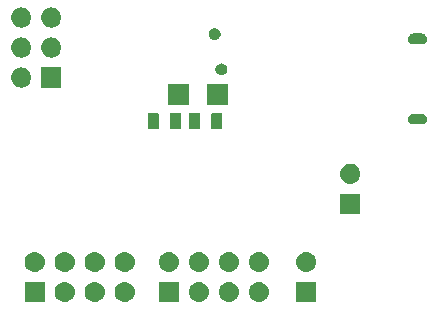
<source format=gbr>
G04 #@! TF.GenerationSoftware,KiCad,Pcbnew,5.0.0+dfsg1-2*
G04 #@! TF.CreationDate,2018-12-16T11:08:53+01:00*
G04 #@! TF.ProjectId,xmegatest,786D656761746573742E6B696361645F,rev?*
G04 #@! TF.SameCoordinates,Original*
G04 #@! TF.FileFunction,Soldermask,Bot*
G04 #@! TF.FilePolarity,Negative*
%FSLAX46Y46*%
G04 Gerber Fmt 4.6, Leading zero omitted, Abs format (unit mm)*
G04 Created by KiCad (PCBNEW 5.0.0+dfsg1-2) date Sun Dec 16 11:08:53 2018*
%MOMM*%
%LPD*%
G01*
G04 APERTURE LIST*
%ADD10C,0.100000*%
G04 APERTURE END LIST*
D10*
G36*
X166917630Y-149911299D02*
X167077855Y-149959903D01*
X167225520Y-150038831D01*
X167354949Y-150145051D01*
X167461169Y-150274480D01*
X167540097Y-150422145D01*
X167588701Y-150582370D01*
X167605112Y-150749000D01*
X167588701Y-150915630D01*
X167540097Y-151075855D01*
X167461169Y-151223520D01*
X167354949Y-151352949D01*
X167225520Y-151459169D01*
X167077855Y-151538097D01*
X166917630Y-151586701D01*
X166792752Y-151599000D01*
X166709248Y-151599000D01*
X166584370Y-151586701D01*
X166424145Y-151538097D01*
X166276480Y-151459169D01*
X166147051Y-151352949D01*
X166040831Y-151223520D01*
X165961903Y-151075855D01*
X165913299Y-150915630D01*
X165896888Y-150749000D01*
X165913299Y-150582370D01*
X165961903Y-150422145D01*
X166040831Y-150274480D01*
X166147051Y-150145051D01*
X166276480Y-150038831D01*
X166424145Y-149959903D01*
X166584370Y-149911299D01*
X166709248Y-149899000D01*
X166792752Y-149899000D01*
X166917630Y-149911299D01*
X166917630Y-149911299D01*
G37*
G36*
X178284130Y-149911299D02*
X178444355Y-149959903D01*
X178592020Y-150038831D01*
X178721449Y-150145051D01*
X178827669Y-150274480D01*
X178906597Y-150422145D01*
X178955201Y-150582370D01*
X178971612Y-150749000D01*
X178955201Y-150915630D01*
X178906597Y-151075855D01*
X178827669Y-151223520D01*
X178721449Y-151352949D01*
X178592020Y-151459169D01*
X178444355Y-151538097D01*
X178284130Y-151586701D01*
X178159252Y-151599000D01*
X178075748Y-151599000D01*
X177950870Y-151586701D01*
X177790645Y-151538097D01*
X177642980Y-151459169D01*
X177513551Y-151352949D01*
X177407331Y-151223520D01*
X177328403Y-151075855D01*
X177279799Y-150915630D01*
X177263388Y-150749000D01*
X177279799Y-150582370D01*
X177328403Y-150422145D01*
X177407331Y-150274480D01*
X177513551Y-150145051D01*
X177642980Y-150038831D01*
X177790645Y-149959903D01*
X177950870Y-149911299D01*
X178075748Y-149899000D01*
X178159252Y-149899000D01*
X178284130Y-149911299D01*
X178284130Y-149911299D01*
G37*
G36*
X182968000Y-151599000D02*
X181268000Y-151599000D01*
X181268000Y-149899000D01*
X182968000Y-149899000D01*
X182968000Y-151599000D01*
X182968000Y-151599000D01*
G37*
G36*
X171347500Y-151599000D02*
X169647500Y-151599000D01*
X169647500Y-149899000D01*
X171347500Y-149899000D01*
X171347500Y-151599000D01*
X171347500Y-151599000D01*
G37*
G36*
X173204130Y-149911299D02*
X173364355Y-149959903D01*
X173512020Y-150038831D01*
X173641449Y-150145051D01*
X173747669Y-150274480D01*
X173826597Y-150422145D01*
X173875201Y-150582370D01*
X173891612Y-150749000D01*
X173875201Y-150915630D01*
X173826597Y-151075855D01*
X173747669Y-151223520D01*
X173641449Y-151352949D01*
X173512020Y-151459169D01*
X173364355Y-151538097D01*
X173204130Y-151586701D01*
X173079252Y-151599000D01*
X172995748Y-151599000D01*
X172870870Y-151586701D01*
X172710645Y-151538097D01*
X172562980Y-151459169D01*
X172433551Y-151352949D01*
X172327331Y-151223520D01*
X172248403Y-151075855D01*
X172199799Y-150915630D01*
X172183388Y-150749000D01*
X172199799Y-150582370D01*
X172248403Y-150422145D01*
X172327331Y-150274480D01*
X172433551Y-150145051D01*
X172562980Y-150038831D01*
X172710645Y-149959903D01*
X172870870Y-149911299D01*
X172995748Y-149899000D01*
X173079252Y-149899000D01*
X173204130Y-149911299D01*
X173204130Y-149911299D01*
G37*
G36*
X175744130Y-149911299D02*
X175904355Y-149959903D01*
X176052020Y-150038831D01*
X176181449Y-150145051D01*
X176287669Y-150274480D01*
X176366597Y-150422145D01*
X176415201Y-150582370D01*
X176431612Y-150749000D01*
X176415201Y-150915630D01*
X176366597Y-151075855D01*
X176287669Y-151223520D01*
X176181449Y-151352949D01*
X176052020Y-151459169D01*
X175904355Y-151538097D01*
X175744130Y-151586701D01*
X175619252Y-151599000D01*
X175535748Y-151599000D01*
X175410870Y-151586701D01*
X175250645Y-151538097D01*
X175102980Y-151459169D01*
X174973551Y-151352949D01*
X174867331Y-151223520D01*
X174788403Y-151075855D01*
X174739799Y-150915630D01*
X174723388Y-150749000D01*
X174739799Y-150582370D01*
X174788403Y-150422145D01*
X174867331Y-150274480D01*
X174973551Y-150145051D01*
X175102980Y-150038831D01*
X175250645Y-149959903D01*
X175410870Y-149911299D01*
X175535748Y-149899000D01*
X175619252Y-149899000D01*
X175744130Y-149911299D01*
X175744130Y-149911299D01*
G37*
G36*
X159981000Y-151599000D02*
X158281000Y-151599000D01*
X158281000Y-149899000D01*
X159981000Y-149899000D01*
X159981000Y-151599000D01*
X159981000Y-151599000D01*
G37*
G36*
X161837630Y-149911299D02*
X161997855Y-149959903D01*
X162145520Y-150038831D01*
X162274949Y-150145051D01*
X162381169Y-150274480D01*
X162460097Y-150422145D01*
X162508701Y-150582370D01*
X162525112Y-150749000D01*
X162508701Y-150915630D01*
X162460097Y-151075855D01*
X162381169Y-151223520D01*
X162274949Y-151352949D01*
X162145520Y-151459169D01*
X161997855Y-151538097D01*
X161837630Y-151586701D01*
X161712752Y-151599000D01*
X161629248Y-151599000D01*
X161504370Y-151586701D01*
X161344145Y-151538097D01*
X161196480Y-151459169D01*
X161067051Y-151352949D01*
X160960831Y-151223520D01*
X160881903Y-151075855D01*
X160833299Y-150915630D01*
X160816888Y-150749000D01*
X160833299Y-150582370D01*
X160881903Y-150422145D01*
X160960831Y-150274480D01*
X161067051Y-150145051D01*
X161196480Y-150038831D01*
X161344145Y-149959903D01*
X161504370Y-149911299D01*
X161629248Y-149899000D01*
X161712752Y-149899000D01*
X161837630Y-149911299D01*
X161837630Y-149911299D01*
G37*
G36*
X164377630Y-149911299D02*
X164537855Y-149959903D01*
X164685520Y-150038831D01*
X164814949Y-150145051D01*
X164921169Y-150274480D01*
X165000097Y-150422145D01*
X165048701Y-150582370D01*
X165065112Y-150749000D01*
X165048701Y-150915630D01*
X165000097Y-151075855D01*
X164921169Y-151223520D01*
X164814949Y-151352949D01*
X164685520Y-151459169D01*
X164537855Y-151538097D01*
X164377630Y-151586701D01*
X164252752Y-151599000D01*
X164169248Y-151599000D01*
X164044370Y-151586701D01*
X163884145Y-151538097D01*
X163736480Y-151459169D01*
X163607051Y-151352949D01*
X163500831Y-151223520D01*
X163421903Y-151075855D01*
X163373299Y-150915630D01*
X163356888Y-150749000D01*
X163373299Y-150582370D01*
X163421903Y-150422145D01*
X163500831Y-150274480D01*
X163607051Y-150145051D01*
X163736480Y-150038831D01*
X163884145Y-149959903D01*
X164044370Y-149911299D01*
X164169248Y-149899000D01*
X164252752Y-149899000D01*
X164377630Y-149911299D01*
X164377630Y-149911299D01*
G37*
G36*
X173204130Y-147371299D02*
X173364355Y-147419903D01*
X173512020Y-147498831D01*
X173641449Y-147605051D01*
X173747669Y-147734480D01*
X173826597Y-147882145D01*
X173875201Y-148042370D01*
X173891612Y-148209000D01*
X173875201Y-148375630D01*
X173826597Y-148535855D01*
X173747669Y-148683520D01*
X173641449Y-148812949D01*
X173512020Y-148919169D01*
X173364355Y-148998097D01*
X173204130Y-149046701D01*
X173079252Y-149059000D01*
X172995748Y-149059000D01*
X172870870Y-149046701D01*
X172710645Y-148998097D01*
X172562980Y-148919169D01*
X172433551Y-148812949D01*
X172327331Y-148683520D01*
X172248403Y-148535855D01*
X172199799Y-148375630D01*
X172183388Y-148209000D01*
X172199799Y-148042370D01*
X172248403Y-147882145D01*
X172327331Y-147734480D01*
X172433551Y-147605051D01*
X172562980Y-147498831D01*
X172710645Y-147419903D01*
X172870870Y-147371299D01*
X172995748Y-147359000D01*
X173079252Y-147359000D01*
X173204130Y-147371299D01*
X173204130Y-147371299D01*
G37*
G36*
X166917630Y-147371299D02*
X167077855Y-147419903D01*
X167225520Y-147498831D01*
X167354949Y-147605051D01*
X167461169Y-147734480D01*
X167540097Y-147882145D01*
X167588701Y-148042370D01*
X167605112Y-148209000D01*
X167588701Y-148375630D01*
X167540097Y-148535855D01*
X167461169Y-148683520D01*
X167354949Y-148812949D01*
X167225520Y-148919169D01*
X167077855Y-148998097D01*
X166917630Y-149046701D01*
X166792752Y-149059000D01*
X166709248Y-149059000D01*
X166584370Y-149046701D01*
X166424145Y-148998097D01*
X166276480Y-148919169D01*
X166147051Y-148812949D01*
X166040831Y-148683520D01*
X165961903Y-148535855D01*
X165913299Y-148375630D01*
X165896888Y-148209000D01*
X165913299Y-148042370D01*
X165961903Y-147882145D01*
X166040831Y-147734480D01*
X166147051Y-147605051D01*
X166276480Y-147498831D01*
X166424145Y-147419903D01*
X166584370Y-147371299D01*
X166709248Y-147359000D01*
X166792752Y-147359000D01*
X166917630Y-147371299D01*
X166917630Y-147371299D01*
G37*
G36*
X164377630Y-147371299D02*
X164537855Y-147419903D01*
X164685520Y-147498831D01*
X164814949Y-147605051D01*
X164921169Y-147734480D01*
X165000097Y-147882145D01*
X165048701Y-148042370D01*
X165065112Y-148209000D01*
X165048701Y-148375630D01*
X165000097Y-148535855D01*
X164921169Y-148683520D01*
X164814949Y-148812949D01*
X164685520Y-148919169D01*
X164537855Y-148998097D01*
X164377630Y-149046701D01*
X164252752Y-149059000D01*
X164169248Y-149059000D01*
X164044370Y-149046701D01*
X163884145Y-148998097D01*
X163736480Y-148919169D01*
X163607051Y-148812949D01*
X163500831Y-148683520D01*
X163421903Y-148535855D01*
X163373299Y-148375630D01*
X163356888Y-148209000D01*
X163373299Y-148042370D01*
X163421903Y-147882145D01*
X163500831Y-147734480D01*
X163607051Y-147605051D01*
X163736480Y-147498831D01*
X163884145Y-147419903D01*
X164044370Y-147371299D01*
X164169248Y-147359000D01*
X164252752Y-147359000D01*
X164377630Y-147371299D01*
X164377630Y-147371299D01*
G37*
G36*
X161837630Y-147371299D02*
X161997855Y-147419903D01*
X162145520Y-147498831D01*
X162274949Y-147605051D01*
X162381169Y-147734480D01*
X162460097Y-147882145D01*
X162508701Y-148042370D01*
X162525112Y-148209000D01*
X162508701Y-148375630D01*
X162460097Y-148535855D01*
X162381169Y-148683520D01*
X162274949Y-148812949D01*
X162145520Y-148919169D01*
X161997855Y-148998097D01*
X161837630Y-149046701D01*
X161712752Y-149059000D01*
X161629248Y-149059000D01*
X161504370Y-149046701D01*
X161344145Y-148998097D01*
X161196480Y-148919169D01*
X161067051Y-148812949D01*
X160960831Y-148683520D01*
X160881903Y-148535855D01*
X160833299Y-148375630D01*
X160816888Y-148209000D01*
X160833299Y-148042370D01*
X160881903Y-147882145D01*
X160960831Y-147734480D01*
X161067051Y-147605051D01*
X161196480Y-147498831D01*
X161344145Y-147419903D01*
X161504370Y-147371299D01*
X161629248Y-147359000D01*
X161712752Y-147359000D01*
X161837630Y-147371299D01*
X161837630Y-147371299D01*
G37*
G36*
X159297630Y-147371299D02*
X159457855Y-147419903D01*
X159605520Y-147498831D01*
X159734949Y-147605051D01*
X159841169Y-147734480D01*
X159920097Y-147882145D01*
X159968701Y-148042370D01*
X159985112Y-148209000D01*
X159968701Y-148375630D01*
X159920097Y-148535855D01*
X159841169Y-148683520D01*
X159734949Y-148812949D01*
X159605520Y-148919169D01*
X159457855Y-148998097D01*
X159297630Y-149046701D01*
X159172752Y-149059000D01*
X159089248Y-149059000D01*
X158964370Y-149046701D01*
X158804145Y-148998097D01*
X158656480Y-148919169D01*
X158527051Y-148812949D01*
X158420831Y-148683520D01*
X158341903Y-148535855D01*
X158293299Y-148375630D01*
X158276888Y-148209000D01*
X158293299Y-148042370D01*
X158341903Y-147882145D01*
X158420831Y-147734480D01*
X158527051Y-147605051D01*
X158656480Y-147498831D01*
X158804145Y-147419903D01*
X158964370Y-147371299D01*
X159089248Y-147359000D01*
X159172752Y-147359000D01*
X159297630Y-147371299D01*
X159297630Y-147371299D01*
G37*
G36*
X178284130Y-147371299D02*
X178444355Y-147419903D01*
X178592020Y-147498831D01*
X178721449Y-147605051D01*
X178827669Y-147734480D01*
X178906597Y-147882145D01*
X178955201Y-148042370D01*
X178971612Y-148209000D01*
X178955201Y-148375630D01*
X178906597Y-148535855D01*
X178827669Y-148683520D01*
X178721449Y-148812949D01*
X178592020Y-148919169D01*
X178444355Y-148998097D01*
X178284130Y-149046701D01*
X178159252Y-149059000D01*
X178075748Y-149059000D01*
X177950870Y-149046701D01*
X177790645Y-148998097D01*
X177642980Y-148919169D01*
X177513551Y-148812949D01*
X177407331Y-148683520D01*
X177328403Y-148535855D01*
X177279799Y-148375630D01*
X177263388Y-148209000D01*
X177279799Y-148042370D01*
X177328403Y-147882145D01*
X177407331Y-147734480D01*
X177513551Y-147605051D01*
X177642980Y-147498831D01*
X177790645Y-147419903D01*
X177950870Y-147371299D01*
X178075748Y-147359000D01*
X178159252Y-147359000D01*
X178284130Y-147371299D01*
X178284130Y-147371299D01*
G37*
G36*
X175744130Y-147371299D02*
X175904355Y-147419903D01*
X176052020Y-147498831D01*
X176181449Y-147605051D01*
X176287669Y-147734480D01*
X176366597Y-147882145D01*
X176415201Y-148042370D01*
X176431612Y-148209000D01*
X176415201Y-148375630D01*
X176366597Y-148535855D01*
X176287669Y-148683520D01*
X176181449Y-148812949D01*
X176052020Y-148919169D01*
X175904355Y-148998097D01*
X175744130Y-149046701D01*
X175619252Y-149059000D01*
X175535748Y-149059000D01*
X175410870Y-149046701D01*
X175250645Y-148998097D01*
X175102980Y-148919169D01*
X174973551Y-148812949D01*
X174867331Y-148683520D01*
X174788403Y-148535855D01*
X174739799Y-148375630D01*
X174723388Y-148209000D01*
X174739799Y-148042370D01*
X174788403Y-147882145D01*
X174867331Y-147734480D01*
X174973551Y-147605051D01*
X175102980Y-147498831D01*
X175250645Y-147419903D01*
X175410870Y-147371299D01*
X175535748Y-147359000D01*
X175619252Y-147359000D01*
X175744130Y-147371299D01*
X175744130Y-147371299D01*
G37*
G36*
X170664130Y-147371299D02*
X170824355Y-147419903D01*
X170972020Y-147498831D01*
X171101449Y-147605051D01*
X171207669Y-147734480D01*
X171286597Y-147882145D01*
X171335201Y-148042370D01*
X171351612Y-148209000D01*
X171335201Y-148375630D01*
X171286597Y-148535855D01*
X171207669Y-148683520D01*
X171101449Y-148812949D01*
X170972020Y-148919169D01*
X170824355Y-148998097D01*
X170664130Y-149046701D01*
X170539252Y-149059000D01*
X170455748Y-149059000D01*
X170330870Y-149046701D01*
X170170645Y-148998097D01*
X170022980Y-148919169D01*
X169893551Y-148812949D01*
X169787331Y-148683520D01*
X169708403Y-148535855D01*
X169659799Y-148375630D01*
X169643388Y-148209000D01*
X169659799Y-148042370D01*
X169708403Y-147882145D01*
X169787331Y-147734480D01*
X169893551Y-147605051D01*
X170022980Y-147498831D01*
X170170645Y-147419903D01*
X170330870Y-147371299D01*
X170455748Y-147359000D01*
X170539252Y-147359000D01*
X170664130Y-147371299D01*
X170664130Y-147371299D01*
G37*
G36*
X182284630Y-147371299D02*
X182444855Y-147419903D01*
X182592520Y-147498831D01*
X182721949Y-147605051D01*
X182828169Y-147734480D01*
X182907097Y-147882145D01*
X182955701Y-148042370D01*
X182972112Y-148209000D01*
X182955701Y-148375630D01*
X182907097Y-148535855D01*
X182828169Y-148683520D01*
X182721949Y-148812949D01*
X182592520Y-148919169D01*
X182444855Y-148998097D01*
X182284630Y-149046701D01*
X182159752Y-149059000D01*
X182076248Y-149059000D01*
X181951370Y-149046701D01*
X181791145Y-148998097D01*
X181643480Y-148919169D01*
X181514051Y-148812949D01*
X181407831Y-148683520D01*
X181328903Y-148535855D01*
X181280299Y-148375630D01*
X181263888Y-148209000D01*
X181280299Y-148042370D01*
X181328903Y-147882145D01*
X181407831Y-147734480D01*
X181514051Y-147605051D01*
X181643480Y-147498831D01*
X181791145Y-147419903D01*
X181951370Y-147371299D01*
X182076248Y-147359000D01*
X182159752Y-147359000D01*
X182284630Y-147371299D01*
X182284630Y-147371299D01*
G37*
G36*
X186695300Y-144128151D02*
X184995300Y-144128151D01*
X184995300Y-142428151D01*
X186695300Y-142428151D01*
X186695300Y-144128151D01*
X186695300Y-144128151D01*
G37*
G36*
X186011930Y-139900450D02*
X186172155Y-139949054D01*
X186319820Y-140027982D01*
X186449249Y-140134202D01*
X186555469Y-140263631D01*
X186634397Y-140411296D01*
X186683001Y-140571521D01*
X186699412Y-140738151D01*
X186683001Y-140904781D01*
X186634397Y-141065006D01*
X186555469Y-141212671D01*
X186449249Y-141342100D01*
X186319820Y-141448320D01*
X186172155Y-141527248D01*
X186011930Y-141575852D01*
X185887052Y-141588151D01*
X185803548Y-141588151D01*
X185678670Y-141575852D01*
X185518445Y-141527248D01*
X185370780Y-141448320D01*
X185241351Y-141342100D01*
X185135131Y-141212671D01*
X185056203Y-141065006D01*
X185007599Y-140904781D01*
X184991188Y-140738151D01*
X185007599Y-140571521D01*
X185056203Y-140411296D01*
X185135131Y-140263631D01*
X185241351Y-140134202D01*
X185370780Y-140027982D01*
X185518445Y-139949054D01*
X185678670Y-139900450D01*
X185803548Y-139888151D01*
X185887052Y-139888151D01*
X186011930Y-139900450D01*
X186011930Y-139900450D01*
G37*
G36*
X169520492Y-135575076D02*
X169554383Y-135585357D01*
X169585611Y-135602048D01*
X169612985Y-135624515D01*
X169635452Y-135651889D01*
X169652143Y-135683117D01*
X169662424Y-135717008D01*
X169666500Y-135758391D01*
X169666500Y-136783609D01*
X169662424Y-136824992D01*
X169652143Y-136858883D01*
X169635452Y-136890111D01*
X169612985Y-136917485D01*
X169585611Y-136939952D01*
X169554383Y-136956643D01*
X169520492Y-136966924D01*
X169479109Y-136971000D01*
X168878891Y-136971000D01*
X168837508Y-136966924D01*
X168803617Y-136956643D01*
X168772389Y-136939952D01*
X168745015Y-136917485D01*
X168722548Y-136890111D01*
X168705857Y-136858883D01*
X168695576Y-136824992D01*
X168691500Y-136783609D01*
X168691500Y-135758391D01*
X168695576Y-135717008D01*
X168705857Y-135683117D01*
X168722548Y-135651889D01*
X168745015Y-135624515D01*
X168772389Y-135602048D01*
X168803617Y-135585357D01*
X168837508Y-135575076D01*
X168878891Y-135571000D01*
X169479109Y-135571000D01*
X169520492Y-135575076D01*
X169520492Y-135575076D01*
G37*
G36*
X171395492Y-135575076D02*
X171429383Y-135585357D01*
X171460611Y-135602048D01*
X171487985Y-135624515D01*
X171510452Y-135651889D01*
X171527143Y-135683117D01*
X171537424Y-135717008D01*
X171541500Y-135758391D01*
X171541500Y-136783609D01*
X171537424Y-136824992D01*
X171527143Y-136858883D01*
X171510452Y-136890111D01*
X171487985Y-136917485D01*
X171460611Y-136939952D01*
X171429383Y-136956643D01*
X171395492Y-136966924D01*
X171354109Y-136971000D01*
X170753891Y-136971000D01*
X170712508Y-136966924D01*
X170678617Y-136956643D01*
X170647389Y-136939952D01*
X170620015Y-136917485D01*
X170597548Y-136890111D01*
X170580857Y-136858883D01*
X170570576Y-136824992D01*
X170566500Y-136783609D01*
X170566500Y-135758391D01*
X170570576Y-135717008D01*
X170580857Y-135683117D01*
X170597548Y-135651889D01*
X170620015Y-135624515D01*
X170647389Y-135602048D01*
X170678617Y-135585357D01*
X170712508Y-135575076D01*
X170753891Y-135571000D01*
X171354109Y-135571000D01*
X171395492Y-135575076D01*
X171395492Y-135575076D01*
G37*
G36*
X174887992Y-135575076D02*
X174921883Y-135585357D01*
X174953111Y-135602048D01*
X174980485Y-135624515D01*
X175002952Y-135651889D01*
X175019643Y-135683117D01*
X175029924Y-135717008D01*
X175034000Y-135758391D01*
X175034000Y-136783609D01*
X175029924Y-136824992D01*
X175019643Y-136858883D01*
X175002952Y-136890111D01*
X174980485Y-136917485D01*
X174953111Y-136939952D01*
X174921883Y-136956643D01*
X174887992Y-136966924D01*
X174846609Y-136971000D01*
X174246391Y-136971000D01*
X174205008Y-136966924D01*
X174171117Y-136956643D01*
X174139889Y-136939952D01*
X174112515Y-136917485D01*
X174090048Y-136890111D01*
X174073357Y-136858883D01*
X174063076Y-136824992D01*
X174059000Y-136783609D01*
X174059000Y-135758391D01*
X174063076Y-135717008D01*
X174073357Y-135683117D01*
X174090048Y-135651889D01*
X174112515Y-135624515D01*
X174139889Y-135602048D01*
X174171117Y-135585357D01*
X174205008Y-135575076D01*
X174246391Y-135571000D01*
X174846609Y-135571000D01*
X174887992Y-135575076D01*
X174887992Y-135575076D01*
G37*
G36*
X173012992Y-135575076D02*
X173046883Y-135585357D01*
X173078111Y-135602048D01*
X173105485Y-135624515D01*
X173127952Y-135651889D01*
X173144643Y-135683117D01*
X173154924Y-135717008D01*
X173159000Y-135758391D01*
X173159000Y-136783609D01*
X173154924Y-136824992D01*
X173144643Y-136858883D01*
X173127952Y-136890111D01*
X173105485Y-136917485D01*
X173078111Y-136939952D01*
X173046883Y-136956643D01*
X173012992Y-136966924D01*
X172971609Y-136971000D01*
X172371391Y-136971000D01*
X172330008Y-136966924D01*
X172296117Y-136956643D01*
X172264889Y-136939952D01*
X172237515Y-136917485D01*
X172215048Y-136890111D01*
X172198357Y-136858883D01*
X172188076Y-136824992D01*
X172184000Y-136783609D01*
X172184000Y-135758391D01*
X172188076Y-135717008D01*
X172198357Y-135683117D01*
X172215048Y-135651889D01*
X172237515Y-135624515D01*
X172264889Y-135602048D01*
X172296117Y-135585357D01*
X172330008Y-135575076D01*
X172371391Y-135571000D01*
X172971609Y-135571000D01*
X173012992Y-135575076D01*
X173012992Y-135575076D01*
G37*
G36*
X191951160Y-135668256D02*
X191984215Y-135671511D01*
X192009990Y-135679330D01*
X192069042Y-135697243D01*
X192147217Y-135739029D01*
X192215738Y-135795262D01*
X192271971Y-135863783D01*
X192313757Y-135941958D01*
X192339489Y-136026786D01*
X192348177Y-136115000D01*
X192339489Y-136203214D01*
X192313757Y-136288042D01*
X192271971Y-136366217D01*
X192215738Y-136434738D01*
X192147217Y-136490971D01*
X192069042Y-136532757D01*
X192026628Y-136545623D01*
X191984215Y-136558489D01*
X191951160Y-136561744D01*
X191918106Y-136565000D01*
X191173894Y-136565000D01*
X191140840Y-136561744D01*
X191107785Y-136558489D01*
X191065372Y-136545623D01*
X191022958Y-136532757D01*
X190944783Y-136490971D01*
X190876262Y-136434738D01*
X190820029Y-136366217D01*
X190778243Y-136288042D01*
X190752511Y-136203214D01*
X190743823Y-136115000D01*
X190752511Y-136026786D01*
X190778243Y-135941958D01*
X190820029Y-135863783D01*
X190876262Y-135795262D01*
X190944783Y-135739029D01*
X191022958Y-135697243D01*
X191082010Y-135679330D01*
X191107785Y-135671511D01*
X191140840Y-135668256D01*
X191173894Y-135665000D01*
X191918106Y-135665000D01*
X191951160Y-135668256D01*
X191951160Y-135668256D01*
G37*
G36*
X175465879Y-134949970D02*
X173715879Y-134949970D01*
X173715879Y-133149970D01*
X175465879Y-133149970D01*
X175465879Y-134949970D01*
X175465879Y-134949970D01*
G37*
G36*
X172215879Y-134949970D02*
X170465879Y-134949970D01*
X170465879Y-133149970D01*
X172215879Y-133149970D01*
X172215879Y-134949970D01*
X172215879Y-134949970D01*
G37*
G36*
X158154630Y-131750299D02*
X158314855Y-131798903D01*
X158462520Y-131877831D01*
X158591949Y-131984051D01*
X158698169Y-132113480D01*
X158777097Y-132261145D01*
X158825701Y-132421370D01*
X158842112Y-132588000D01*
X158825701Y-132754630D01*
X158777097Y-132914855D01*
X158698169Y-133062520D01*
X158591949Y-133191949D01*
X158462520Y-133298169D01*
X158314855Y-133377097D01*
X158154630Y-133425701D01*
X158029752Y-133438000D01*
X157946248Y-133438000D01*
X157821370Y-133425701D01*
X157661145Y-133377097D01*
X157513480Y-133298169D01*
X157384051Y-133191949D01*
X157277831Y-133062520D01*
X157198903Y-132914855D01*
X157150299Y-132754630D01*
X157133888Y-132588000D01*
X157150299Y-132421370D01*
X157198903Y-132261145D01*
X157277831Y-132113480D01*
X157384051Y-131984051D01*
X157513480Y-131877831D01*
X157661145Y-131798903D01*
X157821370Y-131750299D01*
X157946248Y-131738000D01*
X158029752Y-131738000D01*
X158154630Y-131750299D01*
X158154630Y-131750299D01*
G37*
G36*
X161378000Y-133438000D02*
X159678000Y-133438000D01*
X159678000Y-131738000D01*
X161378000Y-131738000D01*
X161378000Y-133438000D01*
X161378000Y-133438000D01*
G37*
G36*
X175088345Y-131408715D02*
X175179339Y-131446406D01*
X175260140Y-131500396D01*
X175261234Y-131501127D01*
X175330873Y-131570766D01*
X175385595Y-131652663D01*
X175423285Y-131743655D01*
X175442500Y-131840255D01*
X175442500Y-131938745D01*
X175423285Y-132035345D01*
X175385595Y-132126337D01*
X175330873Y-132208234D01*
X175261234Y-132277873D01*
X175261231Y-132277875D01*
X175179339Y-132332594D01*
X175088345Y-132370285D01*
X174991746Y-132389500D01*
X174893254Y-132389500D01*
X174796655Y-132370285D01*
X174705661Y-132332594D01*
X174623769Y-132277875D01*
X174623766Y-132277873D01*
X174554127Y-132208234D01*
X174499405Y-132126337D01*
X174461715Y-132035345D01*
X174442500Y-131938745D01*
X174442500Y-131840255D01*
X174461715Y-131743655D01*
X174499405Y-131652663D01*
X174554127Y-131570766D01*
X174623766Y-131501127D01*
X174624860Y-131500396D01*
X174705661Y-131446406D01*
X174796655Y-131408715D01*
X174893254Y-131389500D01*
X174991746Y-131389500D01*
X175088345Y-131408715D01*
X175088345Y-131408715D01*
G37*
G36*
X158154630Y-129210299D02*
X158314855Y-129258903D01*
X158462520Y-129337831D01*
X158591949Y-129444051D01*
X158698169Y-129573480D01*
X158777097Y-129721145D01*
X158825701Y-129881370D01*
X158842112Y-130048000D01*
X158825701Y-130214630D01*
X158777097Y-130374855D01*
X158698169Y-130522520D01*
X158591949Y-130651949D01*
X158462520Y-130758169D01*
X158314855Y-130837097D01*
X158154630Y-130885701D01*
X158029752Y-130898000D01*
X157946248Y-130898000D01*
X157821370Y-130885701D01*
X157661145Y-130837097D01*
X157513480Y-130758169D01*
X157384051Y-130651949D01*
X157277831Y-130522520D01*
X157198903Y-130374855D01*
X157150299Y-130214630D01*
X157133888Y-130048000D01*
X157150299Y-129881370D01*
X157198903Y-129721145D01*
X157277831Y-129573480D01*
X157384051Y-129444051D01*
X157513480Y-129337831D01*
X157661145Y-129258903D01*
X157821370Y-129210299D01*
X157946248Y-129198000D01*
X158029752Y-129198000D01*
X158154630Y-129210299D01*
X158154630Y-129210299D01*
G37*
G36*
X160694630Y-129210299D02*
X160854855Y-129258903D01*
X161002520Y-129337831D01*
X161131949Y-129444051D01*
X161238169Y-129573480D01*
X161317097Y-129721145D01*
X161365701Y-129881370D01*
X161382112Y-130048000D01*
X161365701Y-130214630D01*
X161317097Y-130374855D01*
X161238169Y-130522520D01*
X161131949Y-130651949D01*
X161002520Y-130758169D01*
X160854855Y-130837097D01*
X160694630Y-130885701D01*
X160569752Y-130898000D01*
X160486248Y-130898000D01*
X160361370Y-130885701D01*
X160201145Y-130837097D01*
X160053480Y-130758169D01*
X159924051Y-130651949D01*
X159817831Y-130522520D01*
X159738903Y-130374855D01*
X159690299Y-130214630D01*
X159673888Y-130048000D01*
X159690299Y-129881370D01*
X159738903Y-129721145D01*
X159817831Y-129573480D01*
X159924051Y-129444051D01*
X160053480Y-129337831D01*
X160201145Y-129258903D01*
X160361370Y-129210299D01*
X160486248Y-129198000D01*
X160569752Y-129198000D01*
X160694630Y-129210299D01*
X160694630Y-129210299D01*
G37*
G36*
X191951160Y-128868256D02*
X191984215Y-128871511D01*
X192026628Y-128884377D01*
X192069042Y-128897243D01*
X192147217Y-128939029D01*
X192215738Y-128995262D01*
X192271971Y-129063783D01*
X192313757Y-129141958D01*
X192313757Y-129141959D01*
X192339489Y-129226785D01*
X192348177Y-129315000D01*
X192339489Y-129403215D01*
X192327101Y-129444051D01*
X192313757Y-129488042D01*
X192271971Y-129566217D01*
X192215738Y-129634738D01*
X192147217Y-129690971D01*
X192069042Y-129732757D01*
X192026628Y-129745623D01*
X191984215Y-129758489D01*
X191951160Y-129761745D01*
X191918106Y-129765000D01*
X191173894Y-129765000D01*
X191140840Y-129761745D01*
X191107785Y-129758489D01*
X191065372Y-129745623D01*
X191022958Y-129732757D01*
X190944783Y-129690971D01*
X190876262Y-129634738D01*
X190820029Y-129566217D01*
X190778243Y-129488042D01*
X190764899Y-129444051D01*
X190752511Y-129403215D01*
X190743823Y-129315000D01*
X190752511Y-129226785D01*
X190778243Y-129141959D01*
X190778243Y-129141958D01*
X190820029Y-129063783D01*
X190876262Y-128995262D01*
X190944783Y-128939029D01*
X191022958Y-128897243D01*
X191065372Y-128884377D01*
X191107785Y-128871511D01*
X191140840Y-128868256D01*
X191173894Y-128865000D01*
X191918106Y-128865000D01*
X191951160Y-128868256D01*
X191951160Y-128868256D01*
G37*
G36*
X174516845Y-128424215D02*
X174607839Y-128461906D01*
X174688640Y-128515896D01*
X174689734Y-128516627D01*
X174759373Y-128586266D01*
X174814095Y-128668163D01*
X174851785Y-128759155D01*
X174871000Y-128855755D01*
X174871000Y-128954245D01*
X174851785Y-129050845D01*
X174846426Y-129063784D01*
X174814094Y-129141839D01*
X174776568Y-129198000D01*
X174759373Y-129223734D01*
X174689734Y-129293373D01*
X174689731Y-129293375D01*
X174607839Y-129348094D01*
X174516845Y-129385785D01*
X174420246Y-129405000D01*
X174321754Y-129405000D01*
X174225155Y-129385785D01*
X174134161Y-129348094D01*
X174052269Y-129293375D01*
X174052266Y-129293373D01*
X173982627Y-129223734D01*
X173965432Y-129198000D01*
X173927906Y-129141839D01*
X173895575Y-129063784D01*
X173890215Y-129050845D01*
X173871000Y-128954245D01*
X173871000Y-128855755D01*
X173890215Y-128759155D01*
X173927905Y-128668163D01*
X173982627Y-128586266D01*
X174052266Y-128516627D01*
X174053360Y-128515896D01*
X174134161Y-128461906D01*
X174225155Y-128424215D01*
X174321754Y-128405000D01*
X174420246Y-128405000D01*
X174516845Y-128424215D01*
X174516845Y-128424215D01*
G37*
G36*
X160694630Y-126670299D02*
X160854855Y-126718903D01*
X161002520Y-126797831D01*
X161131949Y-126904051D01*
X161238169Y-127033480D01*
X161317097Y-127181145D01*
X161365701Y-127341370D01*
X161382112Y-127508000D01*
X161365701Y-127674630D01*
X161317097Y-127834855D01*
X161238169Y-127982520D01*
X161131949Y-128111949D01*
X161002520Y-128218169D01*
X160854855Y-128297097D01*
X160694630Y-128345701D01*
X160569752Y-128358000D01*
X160486248Y-128358000D01*
X160361370Y-128345701D01*
X160201145Y-128297097D01*
X160053480Y-128218169D01*
X159924051Y-128111949D01*
X159817831Y-127982520D01*
X159738903Y-127834855D01*
X159690299Y-127674630D01*
X159673888Y-127508000D01*
X159690299Y-127341370D01*
X159738903Y-127181145D01*
X159817831Y-127033480D01*
X159924051Y-126904051D01*
X160053480Y-126797831D01*
X160201145Y-126718903D01*
X160361370Y-126670299D01*
X160486248Y-126658000D01*
X160569752Y-126658000D01*
X160694630Y-126670299D01*
X160694630Y-126670299D01*
G37*
G36*
X158154630Y-126670299D02*
X158314855Y-126718903D01*
X158462520Y-126797831D01*
X158591949Y-126904051D01*
X158698169Y-127033480D01*
X158777097Y-127181145D01*
X158825701Y-127341370D01*
X158842112Y-127508000D01*
X158825701Y-127674630D01*
X158777097Y-127834855D01*
X158698169Y-127982520D01*
X158591949Y-128111949D01*
X158462520Y-128218169D01*
X158314855Y-128297097D01*
X158154630Y-128345701D01*
X158029752Y-128358000D01*
X157946248Y-128358000D01*
X157821370Y-128345701D01*
X157661145Y-128297097D01*
X157513480Y-128218169D01*
X157384051Y-128111949D01*
X157277831Y-127982520D01*
X157198903Y-127834855D01*
X157150299Y-127674630D01*
X157133888Y-127508000D01*
X157150299Y-127341370D01*
X157198903Y-127181145D01*
X157277831Y-127033480D01*
X157384051Y-126904051D01*
X157513480Y-126797831D01*
X157661145Y-126718903D01*
X157821370Y-126670299D01*
X157946248Y-126658000D01*
X158029752Y-126658000D01*
X158154630Y-126670299D01*
X158154630Y-126670299D01*
G37*
M02*

</source>
